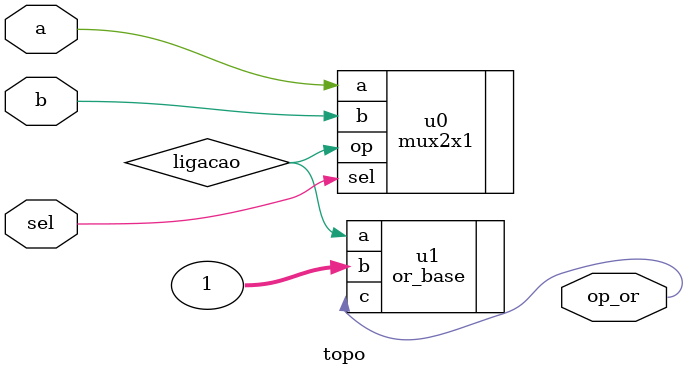
<source format=v>
/*
ESTE EXEMPLO DESCREVE O ARQUIVO DE TOPO
DA HIERARQUIA. SÃO FEITAS DUAS INSTÂNCIA:
mux2x1 E or_base.

OBSERVAR SEMPRE AS PORTAS DE CADA MÓDULO
WIRE -> UTILIZADO PARA INTERLIGAR PORTAS
REG -> PARA REGISTRAR SAÍDAS
*/

module topo (a, b, sel, op_or);

input wire  a;
input wire  b;
input wire  sel;

output wire  op_or;

wire ligacao;

// INSTÂNCIA mux2x1 <"APELIDO" u0> <INTERLIGAÇÃO>
mux2x1 u0 (.a(a), .b(b), .sel(sel), .op(ligacao));

// INSTÂNCIA or_base <"APELIDO" u1> <INTERLIGAÇÃO>
or_base u1(.a(ligacao), .b(1), .c(op_or));

endmodule

</source>
